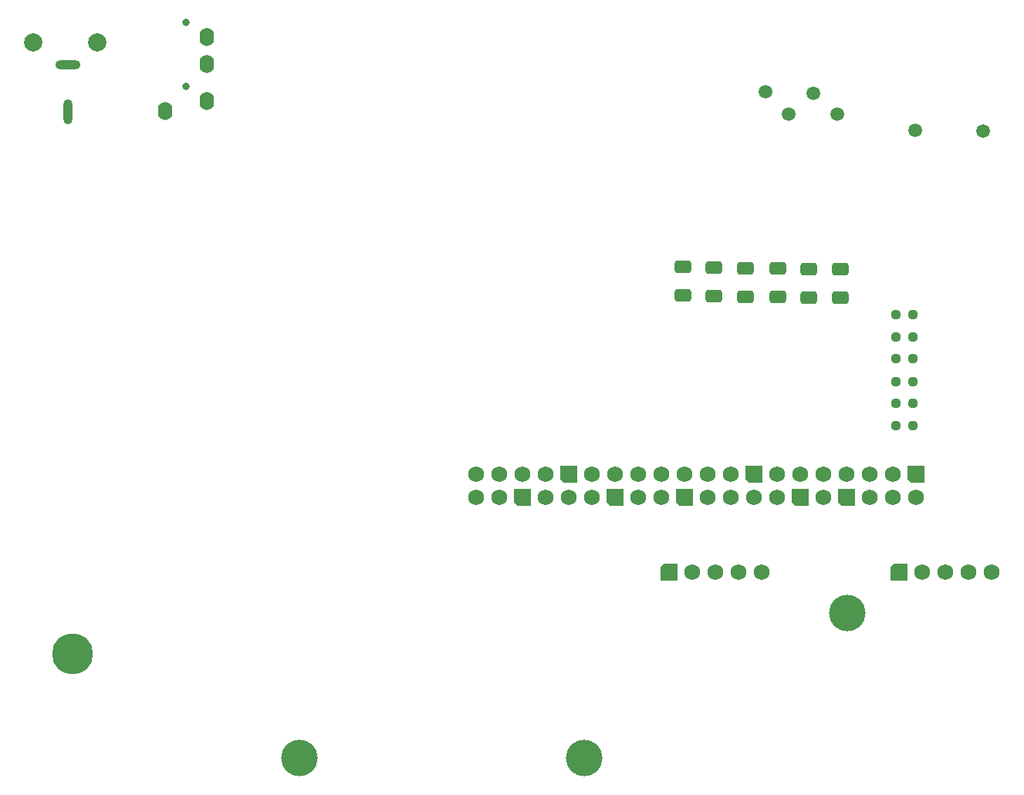
<source format=gts>
%TF.GenerationSoftware,KiCad,Pcbnew,(6.0.4)*%
%TF.CreationDate,2022-07-25T21:25:33-05:00*%
%TF.ProjectId,SchiitBox,53636869-6974-4426-9f78-2e6b69636164,rev?*%
%TF.SameCoordinates,Original*%
%TF.FileFunction,Soldermask,Top*%
%TF.FilePolarity,Negative*%
%FSLAX46Y46*%
G04 Gerber Fmt 4.6, Leading zero omitted, Abs format (unit mm)*
G04 Created by KiCad (PCBNEW (6.0.4)) date 2022-07-25 21:25:33*
%MOMM*%
%LPD*%
G01*
G04 APERTURE LIST*
G04 Aperture macros list*
%AMRoundRect*
0 Rectangle with rounded corners*
0 $1 Rounding radius*
0 $2 $3 $4 $5 $6 $7 $8 $9 X,Y pos of 4 corners*
0 Add a 4 corners polygon primitive as box body*
4,1,4,$2,$3,$4,$5,$6,$7,$8,$9,$2,$3,0*
0 Add four circle primitives for the rounded corners*
1,1,$1+$1,$2,$3*
1,1,$1+$1,$4,$5*
1,1,$1+$1,$6,$7*
1,1,$1+$1,$8,$9*
0 Add four rect primitives between the rounded corners*
20,1,$1+$1,$2,$3,$4,$5,0*
20,1,$1+$1,$4,$5,$6,$7,0*
20,1,$1+$1,$6,$7,$8,$9,0*
20,1,$1+$1,$8,$9,$2,$3,0*%
%AMOutline5P*
0 Free polygon, 5 corners , with rotation*
0 The origin of the aperture is its center*
0 number of corners: always 5*
0 $1 to $10 corner X, Y*
0 $11 Rotation angle, in degrees counterclockwise*
0 create outline with 5 corners*
4,1,5,$1,$2,$3,$4,$5,$6,$7,$8,$9,$10,$1,$2,$11*%
%AMOutline6P*
0 Free polygon, 6 corners , with rotation*
0 The origin of the aperture is its center*
0 number of corners: always 6*
0 $1 to $12 corner X, Y*
0 $13 Rotation angle, in degrees counterclockwise*
0 create outline with 6 corners*
4,1,6,$1,$2,$3,$4,$5,$6,$7,$8,$9,$10,$11,$12,$1,$2,$13*%
%AMOutline7P*
0 Free polygon, 7 corners , with rotation*
0 The origin of the aperture is its center*
0 number of corners: always 7*
0 $1 to $14 corner X, Y*
0 $15 Rotation angle, in degrees counterclockwise*
0 create outline with 7 corners*
4,1,7,$1,$2,$3,$4,$5,$6,$7,$8,$9,$10,$11,$12,$13,$14,$1,$2,$15*%
%AMOutline8P*
0 Free polygon, 8 corners , with rotation*
0 The origin of the aperture is its center*
0 number of corners: always 8*
0 $1 to $16 corner X, Y*
0 $17 Rotation angle, in degrees counterclockwise*
0 create outline with 8 corners*
4,1,8,$1,$2,$3,$4,$5,$6,$7,$8,$9,$10,$11,$12,$13,$14,$15,$16,$1,$2,$17*%
G04 Aperture macros list end*
%ADD10C,1.752600*%
%ADD11C,4.000000*%
%ADD12RoundRect,0.237500X-0.250000X-0.237500X0.250000X-0.237500X0.250000X0.237500X-0.250000X0.237500X0*%
%ADD13C,1.500000*%
%ADD14C,4.500000*%
%ADD15C,0.800000*%
%ADD16O,1.600000X2.000000*%
%ADD17C,2.000000*%
%ADD18O,1.000000X2.750000*%
%ADD19O,2.750000X1.000000*%
%ADD20RoundRect,0.250000X0.650000X-0.412500X0.650000X0.412500X-0.650000X0.412500X-0.650000X-0.412500X0*%
%ADD21Outline5P,-0.900000X0.540000X-0.540000X0.900000X0.900000X0.900000X0.900000X-0.900000X-0.900000X-0.900000X0.000000*%
%ADD22Outline5P,-0.900000X0.900000X0.900000X0.900000X0.900000X-0.900000X-0.540000X-0.900000X-0.900000X-0.540000X0.000000*%
G04 APERTURE END LIST*
D10*
%TO.C,*%
X133860000Y-82000000D03*
%TD*%
D11*
%TO.C,*%
X118000000Y-86500000D03*
%TD*%
D12*
%TO.C,REF\u002A\u002A*%
X123387500Y-63500000D03*
X125212500Y-63500000D03*
%TD*%
D13*
%TO.C,*%
X132950000Y-33550000D03*
%TD*%
D11*
%TO.C,*%
X89200000Y-102400000D03*
%TD*%
D13*
%TO.C,*%
X114300000Y-29400000D03*
%TD*%
D10*
%TO.C,*%
X131320000Y-82000000D03*
%TD*%
D14*
%TO.C,*%
X33000000Y-91000000D03*
%TD*%
D15*
%TO.C,J1*%
X45500000Y-21650000D03*
X45500000Y-28650000D03*
D16*
X47800000Y-26250000D03*
X47800000Y-23250000D03*
X43200000Y-31350000D03*
X47800000Y-30250000D03*
%TD*%
D10*
%TO.C,*%
X101040000Y-82000000D03*
%TD*%
D12*
%TO.C,REF\u002A\u002A*%
X125225000Y-58600000D03*
X123400000Y-58600000D03*
%TD*%
%TO.C,REF\u002A\u002A*%
X123387500Y-56200000D03*
X125212500Y-56200000D03*
%TD*%
D10*
%TO.C,*%
X108660000Y-82000000D03*
%TD*%
D13*
%TO.C,*%
X109050000Y-29300000D03*
%TD*%
D12*
%TO.C,REF\u002A\u002A*%
X123400000Y-53700000D03*
X125225000Y-53700000D03*
%TD*%
D17*
%TO.C,REF\u002A\u002A*%
X35750000Y-23825000D03*
X28750000Y-23825000D03*
D18*
X32500000Y-31500000D03*
D19*
X32500000Y-26300000D03*
%TD*%
D20*
%TO.C,REF\u002A\u002A*%
X117300000Y-48775000D03*
X117300000Y-51900000D03*
%TD*%
D10*
%TO.C,*%
X126240000Y-82000000D03*
%TD*%
D13*
%TO.C,*%
X125450000Y-33500000D03*
%TD*%
D20*
%TO.C,REF\u002A\u002A*%
X110400000Y-48637500D03*
X110400000Y-51762500D03*
%TD*%
%TO.C,REF\u002A\u002A*%
X103400000Y-51725000D03*
X103400000Y-48600000D03*
%TD*%
%TO.C,REF\u002A\u002A*%
X100000000Y-51625000D03*
X100000000Y-48500000D03*
%TD*%
D12*
%TO.C,REF\u002A\u002A*%
X123387500Y-65900000D03*
X125212500Y-65900000D03*
%TD*%
D13*
%TO.C,*%
X111600000Y-31700000D03*
%TD*%
D11*
%TO.C,*%
X57900000Y-102400000D03*
%TD*%
D20*
%TO.C,REF\u002A\u002A*%
X106900000Y-51762500D03*
X106900000Y-48637500D03*
%TD*%
D10*
%TO.C,*%
X103580000Y-82000000D03*
%TD*%
D21*
%TO.C,*%
X98500000Y-82000000D03*
%TD*%
D13*
%TO.C,*%
X116950000Y-31700000D03*
%TD*%
D10*
%TO.C,*%
X128780000Y-82000000D03*
%TD*%
D12*
%TO.C,REF\u002A\u002A*%
X125200000Y-61100000D03*
X123375000Y-61100000D03*
%TD*%
D21*
%TO.C,*%
X123700000Y-82000000D03*
%TD*%
D10*
%TO.C,*%
X106120000Y-82000000D03*
%TD*%
D20*
%TO.C,REF\u002A\u002A*%
X113800000Y-51862500D03*
X113800000Y-48737500D03*
%TD*%
D10*
%TO.C,REF\u002A\u002A*%
X105240000Y-71300000D03*
X92540000Y-71300000D03*
X102700000Y-71300000D03*
X90000000Y-71300000D03*
X95080000Y-71300000D03*
X100160000Y-71300000D03*
X77300000Y-71300000D03*
X79840000Y-71300000D03*
X82380000Y-71300000D03*
X102700000Y-73800000D03*
X97620000Y-71300000D03*
X105240000Y-73800000D03*
X84920000Y-71300000D03*
X84920000Y-73800000D03*
X107780000Y-73800000D03*
X87460000Y-73800000D03*
X110320000Y-73800000D03*
X90000000Y-73800000D03*
X110320000Y-71300000D03*
X112860000Y-71300000D03*
X115400000Y-73800000D03*
X115400000Y-71300000D03*
X95080000Y-73800000D03*
X117940000Y-71300000D03*
X97620000Y-73800000D03*
X120480000Y-71300000D03*
X120480000Y-73800000D03*
X123020000Y-73800000D03*
X123020000Y-71300000D03*
X125560000Y-73800000D03*
D22*
X87460000Y-71300000D03*
X125560000Y-71300000D03*
X117940000Y-73800000D03*
X100160000Y-73800000D03*
X107780000Y-71300000D03*
X92540000Y-73800000D03*
X112860000Y-73800000D03*
X82380000Y-73800000D03*
D10*
X77300000Y-73800000D03*
X79840000Y-73800000D03*
%TD*%
M02*

</source>
